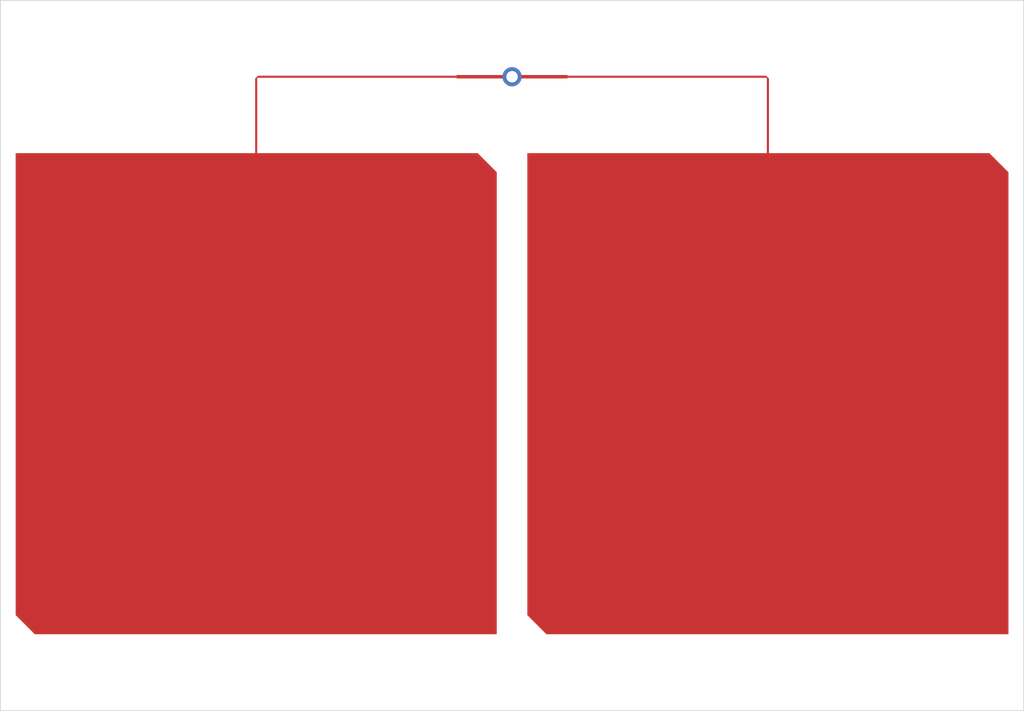
<source format=kicad_pcb>
(kicad_pcb (version 20170123) (host pcbnew no-vcs-found-7587~57~ubuntu14.04.1)

  (general
    (links 1)
    (no_connects 1)
    (area 19.949999 167.949999 154.050001 261.050001)
    (thickness 1.6)
    (drawings 4)
    (tracks 0)
    (zones 0)
    (modules 5)
    (nets 2)
  )

  (page A0)
  (layers
    (0 F.Cu signal)
    (31 B.Cu signal)
    (40 Dwgs.User user)
    (44 Edge.Cuts user)
  )

  (setup
    (last_trace_width 0.2)
    (trace_clearance 0.2)
    (zone_clearance 0.508)
    (zone_45_only no)
    (trace_min 0.2)
    (segment_width 0.2)
    (edge_width 0.15)
    (via_size 0.8)
    (via_drill 0.4)
    (via_min_size 0.4)
    (via_min_drill 0.3)
    (uvia_size 0.3)
    (uvia_drill 0.1)
    (uvias_allowed no)
    (uvia_min_size 0.2)
    (uvia_min_drill 0.1)
    (pcb_text_width 0.3)
    (pcb_text_size 1.5 1.5)
    (mod_edge_width 0.15)
    (mod_text_size 1 1)
    (mod_text_width 0.15)
    (pad_size 1.524 1.524)
    (pad_drill 0.762)
    (pad_to_mask_clearance 0.2)
    (aux_axis_origin 0 0)
    (visible_elements FFFFFF7F)
    (pcbplotparams
      (layerselection 0x01000_7fffffff)
      (usegerberextensions true)
      (excludeedgelayer true)
      (linewidth 0.100000)
      (plotframeref false)
      (viasonmask false)
      (mode 1)
      (useauxorigin false)
      (hpglpennumber 1)
      (hpglpenspeed 20)
      (hpglpendiameter 15)
      (psnegative false)
      (psa4output false)
      (plotreference false)
      (plotvalue false)
      (plotinvisibletext false)
      (padsonsilk false)
      (subtractmaskfromsilk false)
      (outputformat 1)
      (mirror false)
      (drillshape 0)
      (scaleselection 1)
      (outputdirectory ""))
  )

  (net 0 "")
  (net 1 Antennas)

  (net_class Default ""
    (clearance 0.2)
    (trace_width 0.2)
    (via_dia 0.8)
    (via_drill 0.4)
    (uvia_dia 0.3)
    (uvia_drill 0.1)
    (add_net Antennas)
  )

  (module X1 (layer F.Cu) (tedit 0) (tstamp 0)
    (at 87 178)
    (fp_text reference "" (at 0 0) (layer F.SilkS)
      (effects (font (thickness 0.15)))
    )
    (fp_text value "" (at 0 0) (layer F.SilkS)
      (effects (font (thickness 0.15)))
    )
    (pad 1 thru_hole circle (at 0 0) (size 2.5 2.5) (drill 1.5) (layers F.Cu)
      (net 1 Antennas) (zone_connect 2))
  )

  (module X1 (layer F.Cu) (tedit 588AD9BC) (tstamp 588ADA83)
    (at 149 173)
    (fp_text reference "" (at 0 0) (layer F.SilkS)
      (effects (font (thickness 0.15)))
    )
    (fp_text value "" (at 0 0) (layer F.SilkS)
      (effects (font (thickness 0.15)))
    )
    (pad "" np_thru_hole circle (at 0 0) (size 2.9 2.9) (drill 2.9) (layers *.Cu *.Mask)
      (zone_connect 2))
  )

  (module X1 (layer F.Cu) (tedit 588AD9BC) (tstamp 588ADA7D)
    (at 149 256)
    (fp_text reference "" (at 0 0) (layer F.SilkS)
      (effects (font (thickness 0.15)))
    )
    (fp_text value "" (at 0 0) (layer F.SilkS)
      (effects (font (thickness 0.15)))
    )
    (pad "" np_thru_hole circle (at 0 0) (size 2.9 2.9) (drill 2.9) (layers *.Cu *.Mask)
      (zone_connect 2))
  )

  (module X1 (layer F.Cu) (tedit 588AD9BC) (tstamp 588AD9D1)
    (at 25 256)
    (fp_text reference "" (at 0 0) (layer F.SilkS)
      (effects (font (thickness 0.15)))
    )
    (fp_text value "" (at 0 0) (layer F.SilkS)
      (effects (font (thickness 0.15)))
    )
    (pad "" np_thru_hole circle (at 0 0) (size 2.9 2.9) (drill 2.9) (layers *.Cu *.Mask)
      (zone_connect 2))
  )

  (module X1 (layer F.Cu) (tedit 588AD9BC) (tstamp 588AD9AF)
    (at 25 173)
    (fp_text reference "" (at 0 0) (layer F.SilkS)
      (effects (font (thickness 0.15)))
    )
    (fp_text value "" (at 0 0) (layer F.SilkS)
      (effects (font (thickness 0.15)))
    )
    (pad "" np_thru_hole circle (at 0 0) (size 2.9 2.9) (drill 2.9) (layers *.Cu *.Mask)
      (zone_connect 2))
  )

  (gr_line (start 20 261) (end 20 168) (layer Edge.Cuts) (width 0.1))
  (gr_line (start 20 168) (end 154 168) (layer Edge.Cuts) (width 0.1))
  (gr_line (start 154 168) (end 154 261) (layer Edge.Cuts) (width 0.1))
  (gr_line (start 154 261) (end 20 261) (layer Edge.Cuts) (width 0.1))

  (zone (net 1) (net_name Antennas) (layer F.Cu) (tstamp 0) (hatch edge 0.5)
    (connect_pads (clearance 0.3))
    (min_thickness 0.05)
    (fill yes (arc_segments 32) (thermal_gap 0.3) (thermal_bridge_width 0.25))
    (polygon
      (pts
        (xy 87.5 177.776) (xy 94.26 177.776) (xy 94.26 177.8625) (xy 120.2726 177.8625) (xy 120.6375 178.2274)
        (xy 120.6375 188) (xy 149.5 188) (xy 152 190.5) (xy 152 251) (xy 91.5 251)
        (xy 89 248.5) (xy 89 188) (xy 120.3625 188) (xy 120.3625 178.1375) (xy 94.26 178.1375)
        (xy 94.26 178.224) (xy 87.5 178.224) (xy 87.5 178.5) (xy 86.5 178.5) (xy 86.5 178.224)
        (xy 79.74 178.224) (xy 79.74 178.1375) (xy 53.6375 178.1375) (xy 53.6375 188) (xy 82.5 188)
        (xy 85 190.5) (xy 85 251) (xy 24.5 251) (xy 22 248.5) (xy 22 188)
        (xy 53.3625 188) (xy 53.3625 178.2274) (xy 53.7274 177.8625) (xy 79.74 177.8625) (xy 79.74 177.776)
        (xy 86.5 177.776) (xy 86.5 177.5) (xy 87.5 177.5)
      )
    )
    (filled_polygon
      (pts
        (xy 87.475 177.776) (xy 87.47548 177.780877) (xy 87.476903 177.785567) (xy 87.479213 177.789889) (xy 87.482322 177.793678)
        (xy 87.486111 177.796787) (xy 87.490433 177.799097) (xy 87.495123 177.80052) (xy 87.5 177.801) (xy 94.235 177.801)
        (xy 94.235 177.8625) (xy 94.23548 177.867377) (xy 94.236903 177.872067) (xy 94.239213 177.876389) (xy 94.242322 177.880178)
        (xy 94.246111 177.883287) (xy 94.250433 177.885597) (xy 94.255123 177.88702) (xy 94.26 177.8875) (xy 120.262244 177.8875)
        (xy 120.6125 178.237756) (xy 120.6125 188) (xy 120.61298 188.004877) (xy 120.614403 188.009567) (xy 120.616713 188.013889)
        (xy 120.619822 188.017678) (xy 120.623611 188.020787) (xy 120.627933 188.023097) (xy 120.632623 188.02452) (xy 120.6375 188.025)
        (xy 149.489644 188.025) (xy 151.975 190.510356) (xy 151.975 250.975) (xy 91.510356 250.975) (xy 89.025 248.489644)
        (xy 89.025 188.025) (xy 120.3625 188.025) (xy 120.367377 188.02452) (xy 120.372067 188.023097) (xy 120.376389 188.020787)
        (xy 120.380178 188.017678) (xy 120.383287 188.013889) (xy 120.385597 188.009567) (xy 120.38702 188.004877) (xy 120.3875 188)
        (xy 120.3875 178.1375) (xy 120.38702 178.132623) (xy 120.385597 178.127933) (xy 120.383287 178.123611) (xy 120.380178 178.119822)
        (xy 120.376389 178.116713) (xy 120.372067 178.114403) (xy 120.367377 178.11298) (xy 120.3625 178.1125) (xy 94.26 178.1125)
        (xy 94.255123 178.11298) (xy 94.250433 178.114403) (xy 94.246111 178.116713) (xy 94.242322 178.119822) (xy 94.239213 178.123611)
        (xy 94.236903 178.127933) (xy 94.23548 178.132623) (xy 94.235 178.1375) (xy 94.235 178.199) (xy 87.5 178.199)
        (xy 87.495123 178.19948) (xy 87.490433 178.200903) (xy 87.486111 178.203213) (xy 87.482322 178.206322) (xy 87.479213 178.210111)
        (xy 87.476903 178.214433) (xy 87.47548 178.219123) (xy 87.475 178.224) (xy 87.475 178.475) (xy 86.525 178.475)
        (xy 86.525 178.224) (xy 86.52452 178.219123) (xy 86.523097 178.214433) (xy 86.520787 178.210111) (xy 86.517678 178.206322)
        (xy 86.513889 178.203213) (xy 86.509567 178.200903) (xy 86.504877 178.19948) (xy 86.5 178.199) (xy 79.765 178.199)
        (xy 79.765 178.1375) (xy 79.76452 178.132623) (xy 79.763097 178.127933) (xy 79.760787 178.123611) (xy 79.757678 178.119822)
        (xy 79.753889 178.116713) (xy 79.749567 178.114403) (xy 79.744877 178.11298) (xy 79.74 178.1125) (xy 53.6375 178.1125)
        (xy 53.632623 178.11298) (xy 53.627933 178.114403) (xy 53.623611 178.116713) (xy 53.619822 178.119822) (xy 53.616713 178.123611)
        (xy 53.614403 178.127933) (xy 53.61298 178.132623) (xy 53.6125 178.1375) (xy 53.6125 188) (xy 53.61298 188.004877)
        (xy 53.614403 188.009567) (xy 53.616713 188.013889) (xy 53.619822 188.017678) (xy 53.623611 188.020787) (xy 53.627933 188.023097)
        (xy 53.632623 188.02452) (xy 53.6375 188.025) (xy 82.489644 188.025) (xy 84.975 190.510356) (xy 84.975 250.975)
        (xy 24.510356 250.975) (xy 22.025 248.489644) (xy 22.025 188.025) (xy 53.3625 188.025) (xy 53.367377 188.02452)
        (xy 53.372067 188.023097) (xy 53.376389 188.020787) (xy 53.380178 188.017678) (xy 53.383287 188.013889) (xy 53.385597 188.009567)
        (xy 53.38702 188.004877) (xy 53.3875 188) (xy 53.3875 178.237756) (xy 53.737756 177.8875) (xy 79.74 177.8875)
        (xy 79.744877 177.88702) (xy 79.749567 177.885597) (xy 79.753889 177.883287) (xy 79.757678 177.880178) (xy 79.760787 177.876389)
        (xy 79.763097 177.872067) (xy 79.76452 177.867377) (xy 79.765 177.8625) (xy 79.765 177.801) (xy 86.5 177.801)
        (xy 86.504877 177.80052) (xy 86.509567 177.799097) (xy 86.513889 177.796787) (xy 86.517678 177.793678) (xy 86.520787 177.789889)
        (xy 86.523097 177.785567) (xy 86.52452 177.780877) (xy 86.525 177.776) (xy 86.525 177.525) (xy 87.475 177.525)
      )
    )
  )
)

</source>
